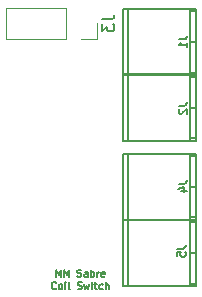
<source format=gbo>
G04 #@! TF.FileFunction,Legend,Bot*
%FSLAX46Y46*%
G04 Gerber Fmt 4.6, Leading zero omitted, Abs format (unit mm)*
G04 Created by KiCad (PCBNEW 4.0.4-1.fc24-product) date Tue Jun 12 10:11:22 2018*
%MOMM*%
%LPD*%
G01*
G04 APERTURE LIST*
%ADD10C,0.100000*%
%ADD11C,0.150000*%
%ADD12C,0.120000*%
G04 APERTURE END LIST*
D10*
D11*
X144057143Y-102446429D02*
X144057143Y-101846429D01*
X144257143Y-102275000D01*
X144457143Y-101846429D01*
X144457143Y-102446429D01*
X144742857Y-102446429D02*
X144742857Y-101846429D01*
X144942857Y-102275000D01*
X145142857Y-101846429D01*
X145142857Y-102446429D01*
X145857143Y-102417857D02*
X145942857Y-102446429D01*
X146085714Y-102446429D01*
X146142857Y-102417857D01*
X146171428Y-102389286D01*
X146200000Y-102332143D01*
X146200000Y-102275000D01*
X146171428Y-102217857D01*
X146142857Y-102189286D01*
X146085714Y-102160714D01*
X145971428Y-102132143D01*
X145914286Y-102103571D01*
X145885714Y-102075000D01*
X145857143Y-102017857D01*
X145857143Y-101960714D01*
X145885714Y-101903571D01*
X145914286Y-101875000D01*
X145971428Y-101846429D01*
X146114286Y-101846429D01*
X146200000Y-101875000D01*
X146714286Y-102446429D02*
X146714286Y-102132143D01*
X146685715Y-102075000D01*
X146628572Y-102046429D01*
X146514286Y-102046429D01*
X146457143Y-102075000D01*
X146714286Y-102417857D02*
X146657143Y-102446429D01*
X146514286Y-102446429D01*
X146457143Y-102417857D01*
X146428572Y-102360714D01*
X146428572Y-102303571D01*
X146457143Y-102246429D01*
X146514286Y-102217857D01*
X146657143Y-102217857D01*
X146714286Y-102189286D01*
X147000000Y-102446429D02*
X147000000Y-101846429D01*
X147000000Y-102075000D02*
X147057143Y-102046429D01*
X147171429Y-102046429D01*
X147228572Y-102075000D01*
X147257143Y-102103571D01*
X147285714Y-102160714D01*
X147285714Y-102332143D01*
X147257143Y-102389286D01*
X147228572Y-102417857D01*
X147171429Y-102446429D01*
X147057143Y-102446429D01*
X147000000Y-102417857D01*
X147542857Y-102446429D02*
X147542857Y-102046429D01*
X147542857Y-102160714D02*
X147571429Y-102103571D01*
X147600000Y-102075000D01*
X147657143Y-102046429D01*
X147714286Y-102046429D01*
X148142858Y-102417857D02*
X148085715Y-102446429D01*
X147971429Y-102446429D01*
X147914286Y-102417857D01*
X147885715Y-102360714D01*
X147885715Y-102132143D01*
X147914286Y-102075000D01*
X147971429Y-102046429D01*
X148085715Y-102046429D01*
X148142858Y-102075000D01*
X148171429Y-102132143D01*
X148171429Y-102189286D01*
X147885715Y-102246429D01*
X144042857Y-103439286D02*
X144014286Y-103467857D01*
X143928572Y-103496429D01*
X143871429Y-103496429D01*
X143785714Y-103467857D01*
X143728572Y-103410714D01*
X143700000Y-103353571D01*
X143671429Y-103239286D01*
X143671429Y-103153571D01*
X143700000Y-103039286D01*
X143728572Y-102982143D01*
X143785714Y-102925000D01*
X143871429Y-102896429D01*
X143928572Y-102896429D01*
X144014286Y-102925000D01*
X144042857Y-102953571D01*
X144385714Y-103496429D02*
X144328572Y-103467857D01*
X144300000Y-103439286D01*
X144271429Y-103382143D01*
X144271429Y-103210714D01*
X144300000Y-103153571D01*
X144328572Y-103125000D01*
X144385714Y-103096429D01*
X144471429Y-103096429D01*
X144528572Y-103125000D01*
X144557143Y-103153571D01*
X144585714Y-103210714D01*
X144585714Y-103382143D01*
X144557143Y-103439286D01*
X144528572Y-103467857D01*
X144471429Y-103496429D01*
X144385714Y-103496429D01*
X144842857Y-103496429D02*
X144842857Y-103096429D01*
X144842857Y-102896429D02*
X144814286Y-102925000D01*
X144842857Y-102953571D01*
X144871429Y-102925000D01*
X144842857Y-102896429D01*
X144842857Y-102953571D01*
X145214285Y-103496429D02*
X145157143Y-103467857D01*
X145128571Y-103410714D01*
X145128571Y-102896429D01*
X145871429Y-103467857D02*
X145957143Y-103496429D01*
X146100000Y-103496429D01*
X146157143Y-103467857D01*
X146185714Y-103439286D01*
X146214286Y-103382143D01*
X146214286Y-103325000D01*
X146185714Y-103267857D01*
X146157143Y-103239286D01*
X146100000Y-103210714D01*
X145985714Y-103182143D01*
X145928572Y-103153571D01*
X145900000Y-103125000D01*
X145871429Y-103067857D01*
X145871429Y-103010714D01*
X145900000Y-102953571D01*
X145928572Y-102925000D01*
X145985714Y-102896429D01*
X146128572Y-102896429D01*
X146214286Y-102925000D01*
X146414286Y-103096429D02*
X146528572Y-103496429D01*
X146642858Y-103210714D01*
X146757143Y-103496429D01*
X146871429Y-103096429D01*
X147100000Y-103496429D02*
X147100000Y-103096429D01*
X147100000Y-102896429D02*
X147071429Y-102925000D01*
X147100000Y-102953571D01*
X147128572Y-102925000D01*
X147100000Y-102896429D01*
X147100000Y-102953571D01*
X147300000Y-103096429D02*
X147528571Y-103096429D01*
X147385714Y-102896429D02*
X147385714Y-103410714D01*
X147414286Y-103467857D01*
X147471428Y-103496429D01*
X147528571Y-103496429D01*
X147985714Y-103467857D02*
X147928571Y-103496429D01*
X147814285Y-103496429D01*
X147757143Y-103467857D01*
X147728571Y-103439286D01*
X147700000Y-103382143D01*
X147700000Y-103210714D01*
X147728571Y-103153571D01*
X147757143Y-103125000D01*
X147814285Y-103096429D01*
X147928571Y-103096429D01*
X147985714Y-103125000D01*
X148242857Y-103496429D02*
X148242857Y-102896429D01*
X148500000Y-103496429D02*
X148500000Y-103182143D01*
X148471429Y-103125000D01*
X148414286Y-103096429D01*
X148328571Y-103096429D01*
X148271429Y-103125000D01*
X148242857Y-103153571D01*
X155400960Y-90929080D02*
X155400960Y-85330920D01*
X155898800Y-85529040D02*
X155400960Y-85529040D01*
X155400960Y-90730960D02*
X155898800Y-90730960D01*
X155898800Y-88130000D02*
X155400960Y-88130000D01*
X150099980Y-85330920D02*
X150099980Y-90929080D01*
X155898800Y-85330920D02*
X155898800Y-90929080D01*
X155898800Y-90929080D02*
X149701200Y-90929080D01*
X149701200Y-90929080D02*
X149701200Y-85330920D01*
X149701200Y-85330920D02*
X155898800Y-85330920D01*
X155400960Y-85369080D02*
X155400960Y-79770920D01*
X155898800Y-79969040D02*
X155400960Y-79969040D01*
X155400960Y-85170960D02*
X155898800Y-85170960D01*
X155898800Y-82570000D02*
X155400960Y-82570000D01*
X150099980Y-79770920D02*
X150099980Y-85369080D01*
X155898800Y-79770920D02*
X155898800Y-85369080D01*
X155898800Y-85369080D02*
X149701200Y-85369080D01*
X149701200Y-85369080D02*
X149701200Y-79770920D01*
X149701200Y-79770920D02*
X155898800Y-79770920D01*
X155400960Y-97629080D02*
X155400960Y-92030920D01*
X155898800Y-92229040D02*
X155400960Y-92229040D01*
X155400960Y-97430960D02*
X155898800Y-97430960D01*
X155898800Y-94830000D02*
X155400960Y-94830000D01*
X150099980Y-92030920D02*
X150099980Y-97629080D01*
X155898800Y-92030920D02*
X155898800Y-97629080D01*
X155898800Y-97629080D02*
X149701200Y-97629080D01*
X149701200Y-97629080D02*
X149701200Y-92030920D01*
X149701200Y-92030920D02*
X155898800Y-92030920D01*
X155400960Y-103229080D02*
X155400960Y-97630920D01*
X155898800Y-97829040D02*
X155400960Y-97829040D01*
X155400960Y-103030960D02*
X155898800Y-103030960D01*
X155898800Y-100430000D02*
X155400960Y-100430000D01*
X150099980Y-97630920D02*
X150099980Y-103229080D01*
X155898800Y-97630920D02*
X155898800Y-103229080D01*
X155898800Y-103229080D02*
X149701200Y-103229080D01*
X149701200Y-103229080D02*
X149701200Y-97630920D01*
X149701200Y-97630920D02*
X155898800Y-97630920D01*
D12*
X139770000Y-82330000D02*
X139770000Y-79670000D01*
X144910000Y-82330000D02*
X139770000Y-82330000D01*
X144910000Y-79670000D02*
X139770000Y-79670000D01*
X144910000Y-82330000D02*
X144910000Y-79670000D01*
X146180000Y-82330000D02*
X147510000Y-82330000D01*
X147510000Y-82330000D02*
X147510000Y-81000000D01*
D11*
X154416667Y-87966667D02*
X154916667Y-87966667D01*
X155016667Y-87933333D01*
X155083333Y-87866667D01*
X155116667Y-87766667D01*
X155116667Y-87700000D01*
X154483333Y-88266666D02*
X154450000Y-88300000D01*
X154416667Y-88366666D01*
X154416667Y-88533333D01*
X154450000Y-88600000D01*
X154483333Y-88633333D01*
X154550000Y-88666666D01*
X154616667Y-88666666D01*
X154716667Y-88633333D01*
X155116667Y-88233333D01*
X155116667Y-88666666D01*
X154416667Y-82336667D02*
X154916667Y-82336667D01*
X155016667Y-82303333D01*
X155083333Y-82236667D01*
X155116667Y-82136667D01*
X155116667Y-82070000D01*
X155116667Y-83036666D02*
X155116667Y-82636666D01*
X155116667Y-82836666D02*
X154416667Y-82836666D01*
X154516667Y-82770000D01*
X154583333Y-82703333D01*
X154616667Y-82636666D01*
X154416667Y-94566667D02*
X154916667Y-94566667D01*
X155016667Y-94533333D01*
X155083333Y-94466667D01*
X155116667Y-94366667D01*
X155116667Y-94300000D01*
X154650000Y-95200000D02*
X155116667Y-95200000D01*
X154383333Y-95033333D02*
X154883333Y-94866666D01*
X154883333Y-95300000D01*
X154316667Y-100066667D02*
X154816667Y-100066667D01*
X154916667Y-100033333D01*
X154983333Y-99966667D01*
X155016667Y-99866667D01*
X155016667Y-99800000D01*
X154316667Y-100733333D02*
X154316667Y-100400000D01*
X154650000Y-100366666D01*
X154616667Y-100400000D01*
X154583333Y-100466666D01*
X154583333Y-100633333D01*
X154616667Y-100700000D01*
X154650000Y-100733333D01*
X154716667Y-100766666D01*
X154883333Y-100766666D01*
X154950000Y-100733333D01*
X154983333Y-100700000D01*
X155016667Y-100633333D01*
X155016667Y-100466666D01*
X154983333Y-100400000D01*
X154950000Y-100366666D01*
X147962381Y-80666667D02*
X148676667Y-80666667D01*
X148819524Y-80619047D01*
X148914762Y-80523809D01*
X148962381Y-80380952D01*
X148962381Y-80285714D01*
X147962381Y-81047619D02*
X147962381Y-81666667D01*
X148343333Y-81333333D01*
X148343333Y-81476191D01*
X148390952Y-81571429D01*
X148438571Y-81619048D01*
X148533810Y-81666667D01*
X148771905Y-81666667D01*
X148867143Y-81619048D01*
X148914762Y-81571429D01*
X148962381Y-81476191D01*
X148962381Y-81190476D01*
X148914762Y-81095238D01*
X148867143Y-81047619D01*
M02*

</source>
